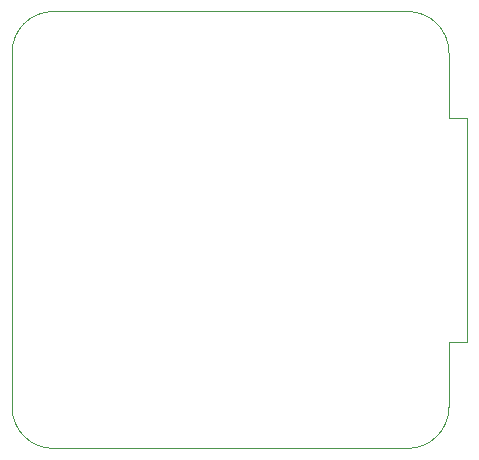
<source format=gbr>
%TF.GenerationSoftware,KiCad,Pcbnew,(6.0.0)*%
%TF.CreationDate,2022-01-17T22:08:50-08:00*%
%TF.ProjectId,encoder,656e636f-6465-4722-9e6b-696361645f70,1*%
%TF.SameCoordinates,Original*%
%TF.FileFunction,Profile,NP*%
%FSLAX46Y46*%
G04 Gerber Fmt 4.6, Leading zero omitted, Abs format (unit mm)*
G04 Created by KiCad (PCBNEW (6.0.0)) date 2022-01-17 22:08:50*
%MOMM*%
%LPD*%
G01*
G04 APERTURE LIST*
%TA.AperFunction,Profile*%
%ADD10C,0.100000*%
%TD*%
G04 APERTURE END LIST*
D10*
X95000000Y-98500000D02*
G75*
G03*
X98500000Y-95000000I0J3500000D01*
G01*
X61500000Y-95000000D02*
G75*
G03*
X65000000Y-98500000I3500000J0D01*
G01*
X65000000Y-61500000D02*
G75*
G03*
X61500000Y-65000000I0J-3500000D01*
G01*
X98500000Y-65000000D02*
G75*
G03*
X95000000Y-61500000I-3500000J0D01*
G01*
X98500000Y-89500000D02*
X98500000Y-95000000D01*
X100000000Y-89500000D02*
X98500000Y-89500000D01*
X100000000Y-70500000D02*
X100000000Y-89500000D01*
X98500000Y-70500000D02*
X100000000Y-70500000D01*
X98500000Y-65000000D02*
X98500000Y-70500000D01*
X65000000Y-61500000D02*
X95000000Y-61500000D01*
X65000000Y-98500000D02*
X95000000Y-98500000D01*
X61500000Y-65000000D02*
X61500000Y-95000000D01*
M02*

</source>
